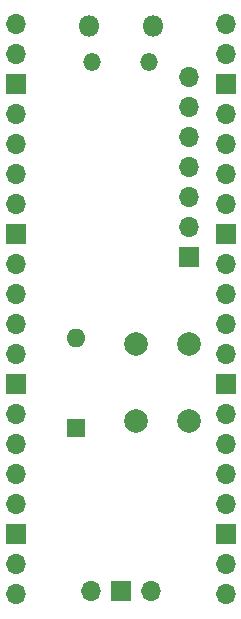
<source format=gbr>
%TF.GenerationSoftware,KiCad,Pcbnew,(5.1.9)-1*%
%TF.CreationDate,2021-04-21T20:58:21+02:00*%
%TF.ProjectId,Air-Quality,4169722d-5175-4616-9c69-74792e6b6963,rev?*%
%TF.SameCoordinates,Original*%
%TF.FileFunction,Soldermask,Bot*%
%TF.FilePolarity,Negative*%
%FSLAX46Y46*%
G04 Gerber Fmt 4.6, Leading zero omitted, Abs format (unit mm)*
G04 Created by KiCad (PCBNEW (5.1.9)-1) date 2021-04-21 20:58:21*
%MOMM*%
%LPD*%
G01*
G04 APERTURE LIST*
%ADD10O,1.700000X1.700000*%
%ADD11R,1.700000X1.700000*%
%ADD12O,1.800000X1.800000*%
%ADD13O,1.500000X1.500000*%
%ADD14C,2.000000*%
%ADD15R,1.600000X1.600000*%
%ADD16O,1.600000X1.600000*%
G04 APERTURE END LIST*
D10*
%TO.C,U1*%
X177910000Y-64160001D03*
X177910000Y-66700001D03*
D11*
X177910000Y-69240001D03*
D10*
X177910000Y-71780001D03*
X177910000Y-74320001D03*
X177910000Y-76860001D03*
X177910000Y-79400001D03*
D11*
X177910000Y-81940001D03*
D10*
X177910000Y-84480001D03*
X177910000Y-87020001D03*
X177910000Y-89560001D03*
X177910000Y-92100001D03*
D11*
X177910000Y-94640001D03*
D10*
X177910000Y-97180001D03*
X177910000Y-99720001D03*
X177910000Y-102260001D03*
X177910000Y-104800001D03*
D11*
X177910000Y-107340001D03*
D10*
X177910000Y-109880001D03*
X177910000Y-112420001D03*
X195690000Y-112420001D03*
X195690000Y-109880001D03*
D11*
X195690000Y-107340001D03*
D10*
X195690000Y-104800001D03*
X195690000Y-102260001D03*
X195690000Y-99720001D03*
X195690000Y-97180001D03*
D11*
X195690000Y-94640001D03*
D10*
X195690000Y-92100001D03*
X195690000Y-89560001D03*
X195690000Y-87020001D03*
X195690000Y-84480001D03*
D11*
X195690000Y-81940001D03*
D10*
X195690000Y-79400001D03*
X195690000Y-76860001D03*
X195690000Y-74320001D03*
X195690000Y-71780001D03*
D11*
X195690000Y-69240001D03*
D10*
X195690000Y-66700001D03*
X195690000Y-64160001D03*
D12*
X184075000Y-64290001D03*
X189525000Y-64290001D03*
D13*
X184375000Y-67320001D03*
X189225000Y-67320001D03*
D10*
X184260000Y-112190001D03*
D11*
X186800000Y-112190001D03*
D10*
X189340000Y-112190001D03*
%TD*%
D14*
%TO.C,SW1*%
X188108200Y-91236800D03*
X192608200Y-91236800D03*
X188108200Y-97736800D03*
X192608200Y-97736800D03*
%TD*%
D15*
%TO.C,SW2*%
X183032400Y-98323400D03*
D16*
X183032400Y-90703400D03*
%TD*%
D11*
%TO.C,J1*%
X192582800Y-83845400D03*
D10*
X192582800Y-81305400D03*
X192582800Y-78765400D03*
X192582800Y-76225400D03*
X192582800Y-73685400D03*
X192582800Y-71145400D03*
X192582800Y-68605400D03*
%TD*%
M02*

</source>
